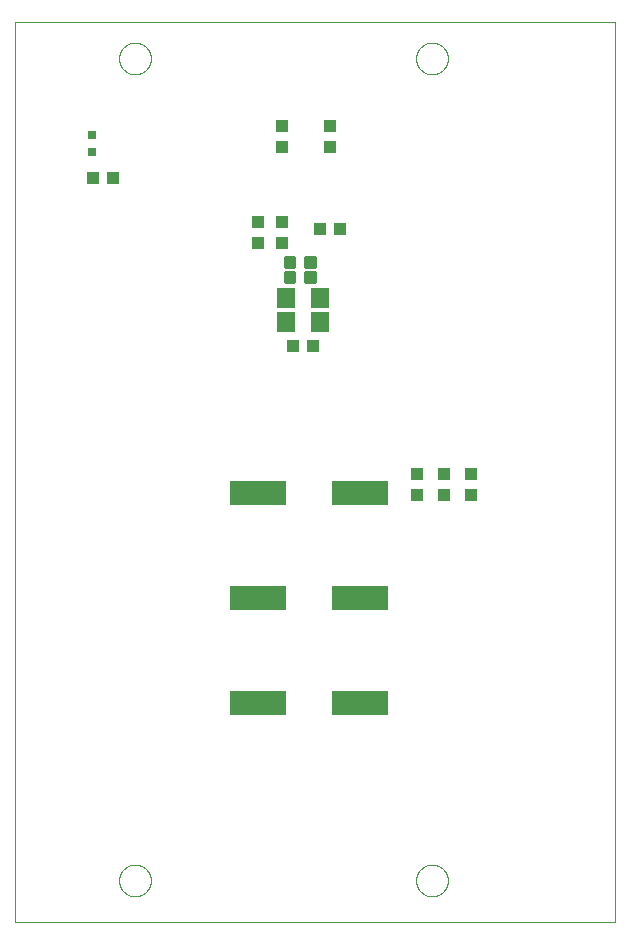
<source format=gtp>
G75*
%MOIN*%
%OFA0B0*%
%FSLAX25Y25*%
%IPPOS*%
%LPD*%
%AMOC8*
5,1,8,0,0,1.08239X$1,22.5*
%
%ADD10C,0.00000*%
%ADD11R,0.03937X0.04331*%
%ADD12R,0.06299X0.07087*%
%ADD13R,0.04331X0.03937*%
%ADD14R,0.19000X0.08000*%
%ADD15C,0.01181*%
%ADD16R,0.03150X0.03150*%
D10*
X0001800Y0006800D02*
X0001800Y0306800D01*
X0201800Y0306800D01*
X0201800Y0006800D01*
X0001800Y0006800D01*
X0036500Y0020800D02*
X0036502Y0020945D01*
X0036508Y0021091D01*
X0036518Y0021236D01*
X0036532Y0021381D01*
X0036550Y0021525D01*
X0036572Y0021669D01*
X0036597Y0021812D01*
X0036627Y0021954D01*
X0036661Y0022096D01*
X0036698Y0022236D01*
X0036740Y0022375D01*
X0036785Y0022514D01*
X0036834Y0022651D01*
X0036886Y0022786D01*
X0036943Y0022920D01*
X0037003Y0023053D01*
X0037066Y0023183D01*
X0037133Y0023312D01*
X0037204Y0023439D01*
X0037278Y0023565D01*
X0037356Y0023688D01*
X0037437Y0023808D01*
X0037521Y0023927D01*
X0037608Y0024043D01*
X0037699Y0024157D01*
X0037792Y0024268D01*
X0037889Y0024377D01*
X0037989Y0024483D01*
X0038091Y0024586D01*
X0038196Y0024686D01*
X0038304Y0024784D01*
X0038415Y0024878D01*
X0038528Y0024969D01*
X0038644Y0025058D01*
X0038762Y0025143D01*
X0038882Y0025224D01*
X0039004Y0025303D01*
X0039129Y0025378D01*
X0039256Y0025449D01*
X0039384Y0025517D01*
X0039514Y0025582D01*
X0039647Y0025643D01*
X0039780Y0025700D01*
X0039915Y0025754D01*
X0040052Y0025803D01*
X0040190Y0025850D01*
X0040329Y0025892D01*
X0040469Y0025930D01*
X0040611Y0025965D01*
X0040753Y0025995D01*
X0040896Y0026022D01*
X0041039Y0026045D01*
X0041183Y0026064D01*
X0041328Y0026079D01*
X0041473Y0026090D01*
X0041618Y0026097D01*
X0041764Y0026100D01*
X0041909Y0026099D01*
X0042054Y0026094D01*
X0042200Y0026085D01*
X0042344Y0026072D01*
X0042489Y0026055D01*
X0042633Y0026034D01*
X0042776Y0026009D01*
X0042919Y0025981D01*
X0043060Y0025948D01*
X0043201Y0025911D01*
X0043341Y0025871D01*
X0043479Y0025827D01*
X0043617Y0025779D01*
X0043752Y0025727D01*
X0043887Y0025672D01*
X0044020Y0025613D01*
X0044151Y0025550D01*
X0044280Y0025484D01*
X0044408Y0025414D01*
X0044534Y0025341D01*
X0044657Y0025264D01*
X0044778Y0025184D01*
X0044898Y0025101D01*
X0045014Y0025014D01*
X0045129Y0024924D01*
X0045241Y0024831D01*
X0045350Y0024735D01*
X0045457Y0024637D01*
X0045560Y0024535D01*
X0045662Y0024430D01*
X0045760Y0024323D01*
X0045855Y0024213D01*
X0045947Y0024100D01*
X0046036Y0023985D01*
X0046122Y0023868D01*
X0046204Y0023748D01*
X0046283Y0023626D01*
X0046359Y0023502D01*
X0046432Y0023376D01*
X0046501Y0023248D01*
X0046566Y0023118D01*
X0046628Y0022987D01*
X0046686Y0022853D01*
X0046741Y0022719D01*
X0046791Y0022582D01*
X0046838Y0022445D01*
X0046882Y0022306D01*
X0046921Y0022166D01*
X0046957Y0022025D01*
X0046988Y0021883D01*
X0047016Y0021740D01*
X0047040Y0021597D01*
X0047060Y0021453D01*
X0047076Y0021308D01*
X0047088Y0021163D01*
X0047096Y0021018D01*
X0047100Y0020873D01*
X0047100Y0020727D01*
X0047096Y0020582D01*
X0047088Y0020437D01*
X0047076Y0020292D01*
X0047060Y0020147D01*
X0047040Y0020003D01*
X0047016Y0019860D01*
X0046988Y0019717D01*
X0046957Y0019575D01*
X0046921Y0019434D01*
X0046882Y0019294D01*
X0046838Y0019155D01*
X0046791Y0019018D01*
X0046741Y0018881D01*
X0046686Y0018747D01*
X0046628Y0018613D01*
X0046566Y0018482D01*
X0046501Y0018352D01*
X0046432Y0018224D01*
X0046359Y0018098D01*
X0046283Y0017974D01*
X0046204Y0017852D01*
X0046122Y0017732D01*
X0046036Y0017615D01*
X0045947Y0017500D01*
X0045855Y0017387D01*
X0045760Y0017277D01*
X0045662Y0017170D01*
X0045560Y0017065D01*
X0045457Y0016963D01*
X0045350Y0016865D01*
X0045241Y0016769D01*
X0045129Y0016676D01*
X0045014Y0016586D01*
X0044898Y0016499D01*
X0044778Y0016416D01*
X0044657Y0016336D01*
X0044534Y0016259D01*
X0044408Y0016186D01*
X0044280Y0016116D01*
X0044151Y0016050D01*
X0044020Y0015987D01*
X0043887Y0015928D01*
X0043752Y0015873D01*
X0043617Y0015821D01*
X0043479Y0015773D01*
X0043341Y0015729D01*
X0043201Y0015689D01*
X0043060Y0015652D01*
X0042919Y0015619D01*
X0042776Y0015591D01*
X0042633Y0015566D01*
X0042489Y0015545D01*
X0042344Y0015528D01*
X0042200Y0015515D01*
X0042054Y0015506D01*
X0041909Y0015501D01*
X0041764Y0015500D01*
X0041618Y0015503D01*
X0041473Y0015510D01*
X0041328Y0015521D01*
X0041183Y0015536D01*
X0041039Y0015555D01*
X0040896Y0015578D01*
X0040753Y0015605D01*
X0040611Y0015635D01*
X0040469Y0015670D01*
X0040329Y0015708D01*
X0040190Y0015750D01*
X0040052Y0015797D01*
X0039915Y0015846D01*
X0039780Y0015900D01*
X0039647Y0015957D01*
X0039514Y0016018D01*
X0039384Y0016083D01*
X0039256Y0016151D01*
X0039129Y0016222D01*
X0039004Y0016297D01*
X0038882Y0016376D01*
X0038762Y0016457D01*
X0038644Y0016542D01*
X0038528Y0016631D01*
X0038415Y0016722D01*
X0038304Y0016816D01*
X0038196Y0016914D01*
X0038091Y0017014D01*
X0037989Y0017117D01*
X0037889Y0017223D01*
X0037792Y0017332D01*
X0037699Y0017443D01*
X0037608Y0017557D01*
X0037521Y0017673D01*
X0037437Y0017792D01*
X0037356Y0017912D01*
X0037278Y0018035D01*
X0037204Y0018161D01*
X0037133Y0018288D01*
X0037066Y0018417D01*
X0037003Y0018547D01*
X0036943Y0018680D01*
X0036886Y0018814D01*
X0036834Y0018949D01*
X0036785Y0019086D01*
X0036740Y0019225D01*
X0036698Y0019364D01*
X0036661Y0019504D01*
X0036627Y0019646D01*
X0036597Y0019788D01*
X0036572Y0019931D01*
X0036550Y0020075D01*
X0036532Y0020219D01*
X0036518Y0020364D01*
X0036508Y0020509D01*
X0036502Y0020655D01*
X0036500Y0020800D01*
X0135500Y0020800D02*
X0135502Y0020945D01*
X0135508Y0021091D01*
X0135518Y0021236D01*
X0135532Y0021381D01*
X0135550Y0021525D01*
X0135572Y0021669D01*
X0135597Y0021812D01*
X0135627Y0021954D01*
X0135661Y0022096D01*
X0135698Y0022236D01*
X0135740Y0022375D01*
X0135785Y0022514D01*
X0135834Y0022651D01*
X0135886Y0022786D01*
X0135943Y0022920D01*
X0136003Y0023053D01*
X0136066Y0023183D01*
X0136133Y0023312D01*
X0136204Y0023439D01*
X0136278Y0023565D01*
X0136356Y0023688D01*
X0136437Y0023808D01*
X0136521Y0023927D01*
X0136608Y0024043D01*
X0136699Y0024157D01*
X0136792Y0024268D01*
X0136889Y0024377D01*
X0136989Y0024483D01*
X0137091Y0024586D01*
X0137196Y0024686D01*
X0137304Y0024784D01*
X0137415Y0024878D01*
X0137528Y0024969D01*
X0137644Y0025058D01*
X0137762Y0025143D01*
X0137882Y0025224D01*
X0138004Y0025303D01*
X0138129Y0025378D01*
X0138256Y0025449D01*
X0138384Y0025517D01*
X0138514Y0025582D01*
X0138647Y0025643D01*
X0138780Y0025700D01*
X0138915Y0025754D01*
X0139052Y0025803D01*
X0139190Y0025850D01*
X0139329Y0025892D01*
X0139469Y0025930D01*
X0139611Y0025965D01*
X0139753Y0025995D01*
X0139896Y0026022D01*
X0140039Y0026045D01*
X0140183Y0026064D01*
X0140328Y0026079D01*
X0140473Y0026090D01*
X0140618Y0026097D01*
X0140764Y0026100D01*
X0140909Y0026099D01*
X0141054Y0026094D01*
X0141200Y0026085D01*
X0141344Y0026072D01*
X0141489Y0026055D01*
X0141633Y0026034D01*
X0141776Y0026009D01*
X0141919Y0025981D01*
X0142060Y0025948D01*
X0142201Y0025911D01*
X0142341Y0025871D01*
X0142479Y0025827D01*
X0142617Y0025779D01*
X0142752Y0025727D01*
X0142887Y0025672D01*
X0143020Y0025613D01*
X0143151Y0025550D01*
X0143280Y0025484D01*
X0143408Y0025414D01*
X0143534Y0025341D01*
X0143657Y0025264D01*
X0143778Y0025184D01*
X0143898Y0025101D01*
X0144014Y0025014D01*
X0144129Y0024924D01*
X0144241Y0024831D01*
X0144350Y0024735D01*
X0144457Y0024637D01*
X0144560Y0024535D01*
X0144662Y0024430D01*
X0144760Y0024323D01*
X0144855Y0024213D01*
X0144947Y0024100D01*
X0145036Y0023985D01*
X0145122Y0023868D01*
X0145204Y0023748D01*
X0145283Y0023626D01*
X0145359Y0023502D01*
X0145432Y0023376D01*
X0145501Y0023248D01*
X0145566Y0023118D01*
X0145628Y0022987D01*
X0145686Y0022853D01*
X0145741Y0022719D01*
X0145791Y0022582D01*
X0145838Y0022445D01*
X0145882Y0022306D01*
X0145921Y0022166D01*
X0145957Y0022025D01*
X0145988Y0021883D01*
X0146016Y0021740D01*
X0146040Y0021597D01*
X0146060Y0021453D01*
X0146076Y0021308D01*
X0146088Y0021163D01*
X0146096Y0021018D01*
X0146100Y0020873D01*
X0146100Y0020727D01*
X0146096Y0020582D01*
X0146088Y0020437D01*
X0146076Y0020292D01*
X0146060Y0020147D01*
X0146040Y0020003D01*
X0146016Y0019860D01*
X0145988Y0019717D01*
X0145957Y0019575D01*
X0145921Y0019434D01*
X0145882Y0019294D01*
X0145838Y0019155D01*
X0145791Y0019018D01*
X0145741Y0018881D01*
X0145686Y0018747D01*
X0145628Y0018613D01*
X0145566Y0018482D01*
X0145501Y0018352D01*
X0145432Y0018224D01*
X0145359Y0018098D01*
X0145283Y0017974D01*
X0145204Y0017852D01*
X0145122Y0017732D01*
X0145036Y0017615D01*
X0144947Y0017500D01*
X0144855Y0017387D01*
X0144760Y0017277D01*
X0144662Y0017170D01*
X0144560Y0017065D01*
X0144457Y0016963D01*
X0144350Y0016865D01*
X0144241Y0016769D01*
X0144129Y0016676D01*
X0144014Y0016586D01*
X0143898Y0016499D01*
X0143778Y0016416D01*
X0143657Y0016336D01*
X0143534Y0016259D01*
X0143408Y0016186D01*
X0143280Y0016116D01*
X0143151Y0016050D01*
X0143020Y0015987D01*
X0142887Y0015928D01*
X0142752Y0015873D01*
X0142617Y0015821D01*
X0142479Y0015773D01*
X0142341Y0015729D01*
X0142201Y0015689D01*
X0142060Y0015652D01*
X0141919Y0015619D01*
X0141776Y0015591D01*
X0141633Y0015566D01*
X0141489Y0015545D01*
X0141344Y0015528D01*
X0141200Y0015515D01*
X0141054Y0015506D01*
X0140909Y0015501D01*
X0140764Y0015500D01*
X0140618Y0015503D01*
X0140473Y0015510D01*
X0140328Y0015521D01*
X0140183Y0015536D01*
X0140039Y0015555D01*
X0139896Y0015578D01*
X0139753Y0015605D01*
X0139611Y0015635D01*
X0139469Y0015670D01*
X0139329Y0015708D01*
X0139190Y0015750D01*
X0139052Y0015797D01*
X0138915Y0015846D01*
X0138780Y0015900D01*
X0138647Y0015957D01*
X0138514Y0016018D01*
X0138384Y0016083D01*
X0138256Y0016151D01*
X0138129Y0016222D01*
X0138004Y0016297D01*
X0137882Y0016376D01*
X0137762Y0016457D01*
X0137644Y0016542D01*
X0137528Y0016631D01*
X0137415Y0016722D01*
X0137304Y0016816D01*
X0137196Y0016914D01*
X0137091Y0017014D01*
X0136989Y0017117D01*
X0136889Y0017223D01*
X0136792Y0017332D01*
X0136699Y0017443D01*
X0136608Y0017557D01*
X0136521Y0017673D01*
X0136437Y0017792D01*
X0136356Y0017912D01*
X0136278Y0018035D01*
X0136204Y0018161D01*
X0136133Y0018288D01*
X0136066Y0018417D01*
X0136003Y0018547D01*
X0135943Y0018680D01*
X0135886Y0018814D01*
X0135834Y0018949D01*
X0135785Y0019086D01*
X0135740Y0019225D01*
X0135698Y0019364D01*
X0135661Y0019504D01*
X0135627Y0019646D01*
X0135597Y0019788D01*
X0135572Y0019931D01*
X0135550Y0020075D01*
X0135532Y0020219D01*
X0135518Y0020364D01*
X0135508Y0020509D01*
X0135502Y0020655D01*
X0135500Y0020800D01*
X0135500Y0294800D02*
X0135502Y0294945D01*
X0135508Y0295091D01*
X0135518Y0295236D01*
X0135532Y0295381D01*
X0135550Y0295525D01*
X0135572Y0295669D01*
X0135597Y0295812D01*
X0135627Y0295954D01*
X0135661Y0296096D01*
X0135698Y0296236D01*
X0135740Y0296375D01*
X0135785Y0296514D01*
X0135834Y0296651D01*
X0135886Y0296786D01*
X0135943Y0296920D01*
X0136003Y0297053D01*
X0136066Y0297183D01*
X0136133Y0297312D01*
X0136204Y0297439D01*
X0136278Y0297565D01*
X0136356Y0297688D01*
X0136437Y0297808D01*
X0136521Y0297927D01*
X0136608Y0298043D01*
X0136699Y0298157D01*
X0136792Y0298268D01*
X0136889Y0298377D01*
X0136989Y0298483D01*
X0137091Y0298586D01*
X0137196Y0298686D01*
X0137304Y0298784D01*
X0137415Y0298878D01*
X0137528Y0298969D01*
X0137644Y0299058D01*
X0137762Y0299143D01*
X0137882Y0299224D01*
X0138004Y0299303D01*
X0138129Y0299378D01*
X0138256Y0299449D01*
X0138384Y0299517D01*
X0138514Y0299582D01*
X0138647Y0299643D01*
X0138780Y0299700D01*
X0138915Y0299754D01*
X0139052Y0299803D01*
X0139190Y0299850D01*
X0139329Y0299892D01*
X0139469Y0299930D01*
X0139611Y0299965D01*
X0139753Y0299995D01*
X0139896Y0300022D01*
X0140039Y0300045D01*
X0140183Y0300064D01*
X0140328Y0300079D01*
X0140473Y0300090D01*
X0140618Y0300097D01*
X0140764Y0300100D01*
X0140909Y0300099D01*
X0141054Y0300094D01*
X0141200Y0300085D01*
X0141344Y0300072D01*
X0141489Y0300055D01*
X0141633Y0300034D01*
X0141776Y0300009D01*
X0141919Y0299981D01*
X0142060Y0299948D01*
X0142201Y0299911D01*
X0142341Y0299871D01*
X0142479Y0299827D01*
X0142617Y0299779D01*
X0142752Y0299727D01*
X0142887Y0299672D01*
X0143020Y0299613D01*
X0143151Y0299550D01*
X0143280Y0299484D01*
X0143408Y0299414D01*
X0143534Y0299341D01*
X0143657Y0299264D01*
X0143778Y0299184D01*
X0143898Y0299101D01*
X0144014Y0299014D01*
X0144129Y0298924D01*
X0144241Y0298831D01*
X0144350Y0298735D01*
X0144457Y0298637D01*
X0144560Y0298535D01*
X0144662Y0298430D01*
X0144760Y0298323D01*
X0144855Y0298213D01*
X0144947Y0298100D01*
X0145036Y0297985D01*
X0145122Y0297868D01*
X0145204Y0297748D01*
X0145283Y0297626D01*
X0145359Y0297502D01*
X0145432Y0297376D01*
X0145501Y0297248D01*
X0145566Y0297118D01*
X0145628Y0296987D01*
X0145686Y0296853D01*
X0145741Y0296719D01*
X0145791Y0296582D01*
X0145838Y0296445D01*
X0145882Y0296306D01*
X0145921Y0296166D01*
X0145957Y0296025D01*
X0145988Y0295883D01*
X0146016Y0295740D01*
X0146040Y0295597D01*
X0146060Y0295453D01*
X0146076Y0295308D01*
X0146088Y0295163D01*
X0146096Y0295018D01*
X0146100Y0294873D01*
X0146100Y0294727D01*
X0146096Y0294582D01*
X0146088Y0294437D01*
X0146076Y0294292D01*
X0146060Y0294147D01*
X0146040Y0294003D01*
X0146016Y0293860D01*
X0145988Y0293717D01*
X0145957Y0293575D01*
X0145921Y0293434D01*
X0145882Y0293294D01*
X0145838Y0293155D01*
X0145791Y0293018D01*
X0145741Y0292881D01*
X0145686Y0292747D01*
X0145628Y0292613D01*
X0145566Y0292482D01*
X0145501Y0292352D01*
X0145432Y0292224D01*
X0145359Y0292098D01*
X0145283Y0291974D01*
X0145204Y0291852D01*
X0145122Y0291732D01*
X0145036Y0291615D01*
X0144947Y0291500D01*
X0144855Y0291387D01*
X0144760Y0291277D01*
X0144662Y0291170D01*
X0144560Y0291065D01*
X0144457Y0290963D01*
X0144350Y0290865D01*
X0144241Y0290769D01*
X0144129Y0290676D01*
X0144014Y0290586D01*
X0143898Y0290499D01*
X0143778Y0290416D01*
X0143657Y0290336D01*
X0143534Y0290259D01*
X0143408Y0290186D01*
X0143280Y0290116D01*
X0143151Y0290050D01*
X0143020Y0289987D01*
X0142887Y0289928D01*
X0142752Y0289873D01*
X0142617Y0289821D01*
X0142479Y0289773D01*
X0142341Y0289729D01*
X0142201Y0289689D01*
X0142060Y0289652D01*
X0141919Y0289619D01*
X0141776Y0289591D01*
X0141633Y0289566D01*
X0141489Y0289545D01*
X0141344Y0289528D01*
X0141200Y0289515D01*
X0141054Y0289506D01*
X0140909Y0289501D01*
X0140764Y0289500D01*
X0140618Y0289503D01*
X0140473Y0289510D01*
X0140328Y0289521D01*
X0140183Y0289536D01*
X0140039Y0289555D01*
X0139896Y0289578D01*
X0139753Y0289605D01*
X0139611Y0289635D01*
X0139469Y0289670D01*
X0139329Y0289708D01*
X0139190Y0289750D01*
X0139052Y0289797D01*
X0138915Y0289846D01*
X0138780Y0289900D01*
X0138647Y0289957D01*
X0138514Y0290018D01*
X0138384Y0290083D01*
X0138256Y0290151D01*
X0138129Y0290222D01*
X0138004Y0290297D01*
X0137882Y0290376D01*
X0137762Y0290457D01*
X0137644Y0290542D01*
X0137528Y0290631D01*
X0137415Y0290722D01*
X0137304Y0290816D01*
X0137196Y0290914D01*
X0137091Y0291014D01*
X0136989Y0291117D01*
X0136889Y0291223D01*
X0136792Y0291332D01*
X0136699Y0291443D01*
X0136608Y0291557D01*
X0136521Y0291673D01*
X0136437Y0291792D01*
X0136356Y0291912D01*
X0136278Y0292035D01*
X0136204Y0292161D01*
X0136133Y0292288D01*
X0136066Y0292417D01*
X0136003Y0292547D01*
X0135943Y0292680D01*
X0135886Y0292814D01*
X0135834Y0292949D01*
X0135785Y0293086D01*
X0135740Y0293225D01*
X0135698Y0293364D01*
X0135661Y0293504D01*
X0135627Y0293646D01*
X0135597Y0293788D01*
X0135572Y0293931D01*
X0135550Y0294075D01*
X0135532Y0294219D01*
X0135518Y0294364D01*
X0135508Y0294509D01*
X0135502Y0294655D01*
X0135500Y0294800D01*
X0036500Y0294800D02*
X0036502Y0294945D01*
X0036508Y0295091D01*
X0036518Y0295236D01*
X0036532Y0295381D01*
X0036550Y0295525D01*
X0036572Y0295669D01*
X0036597Y0295812D01*
X0036627Y0295954D01*
X0036661Y0296096D01*
X0036698Y0296236D01*
X0036740Y0296375D01*
X0036785Y0296514D01*
X0036834Y0296651D01*
X0036886Y0296786D01*
X0036943Y0296920D01*
X0037003Y0297053D01*
X0037066Y0297183D01*
X0037133Y0297312D01*
X0037204Y0297439D01*
X0037278Y0297565D01*
X0037356Y0297688D01*
X0037437Y0297808D01*
X0037521Y0297927D01*
X0037608Y0298043D01*
X0037699Y0298157D01*
X0037792Y0298268D01*
X0037889Y0298377D01*
X0037989Y0298483D01*
X0038091Y0298586D01*
X0038196Y0298686D01*
X0038304Y0298784D01*
X0038415Y0298878D01*
X0038528Y0298969D01*
X0038644Y0299058D01*
X0038762Y0299143D01*
X0038882Y0299224D01*
X0039004Y0299303D01*
X0039129Y0299378D01*
X0039256Y0299449D01*
X0039384Y0299517D01*
X0039514Y0299582D01*
X0039647Y0299643D01*
X0039780Y0299700D01*
X0039915Y0299754D01*
X0040052Y0299803D01*
X0040190Y0299850D01*
X0040329Y0299892D01*
X0040469Y0299930D01*
X0040611Y0299965D01*
X0040753Y0299995D01*
X0040896Y0300022D01*
X0041039Y0300045D01*
X0041183Y0300064D01*
X0041328Y0300079D01*
X0041473Y0300090D01*
X0041618Y0300097D01*
X0041764Y0300100D01*
X0041909Y0300099D01*
X0042054Y0300094D01*
X0042200Y0300085D01*
X0042344Y0300072D01*
X0042489Y0300055D01*
X0042633Y0300034D01*
X0042776Y0300009D01*
X0042919Y0299981D01*
X0043060Y0299948D01*
X0043201Y0299911D01*
X0043341Y0299871D01*
X0043479Y0299827D01*
X0043617Y0299779D01*
X0043752Y0299727D01*
X0043887Y0299672D01*
X0044020Y0299613D01*
X0044151Y0299550D01*
X0044280Y0299484D01*
X0044408Y0299414D01*
X0044534Y0299341D01*
X0044657Y0299264D01*
X0044778Y0299184D01*
X0044898Y0299101D01*
X0045014Y0299014D01*
X0045129Y0298924D01*
X0045241Y0298831D01*
X0045350Y0298735D01*
X0045457Y0298637D01*
X0045560Y0298535D01*
X0045662Y0298430D01*
X0045760Y0298323D01*
X0045855Y0298213D01*
X0045947Y0298100D01*
X0046036Y0297985D01*
X0046122Y0297868D01*
X0046204Y0297748D01*
X0046283Y0297626D01*
X0046359Y0297502D01*
X0046432Y0297376D01*
X0046501Y0297248D01*
X0046566Y0297118D01*
X0046628Y0296987D01*
X0046686Y0296853D01*
X0046741Y0296719D01*
X0046791Y0296582D01*
X0046838Y0296445D01*
X0046882Y0296306D01*
X0046921Y0296166D01*
X0046957Y0296025D01*
X0046988Y0295883D01*
X0047016Y0295740D01*
X0047040Y0295597D01*
X0047060Y0295453D01*
X0047076Y0295308D01*
X0047088Y0295163D01*
X0047096Y0295018D01*
X0047100Y0294873D01*
X0047100Y0294727D01*
X0047096Y0294582D01*
X0047088Y0294437D01*
X0047076Y0294292D01*
X0047060Y0294147D01*
X0047040Y0294003D01*
X0047016Y0293860D01*
X0046988Y0293717D01*
X0046957Y0293575D01*
X0046921Y0293434D01*
X0046882Y0293294D01*
X0046838Y0293155D01*
X0046791Y0293018D01*
X0046741Y0292881D01*
X0046686Y0292747D01*
X0046628Y0292613D01*
X0046566Y0292482D01*
X0046501Y0292352D01*
X0046432Y0292224D01*
X0046359Y0292098D01*
X0046283Y0291974D01*
X0046204Y0291852D01*
X0046122Y0291732D01*
X0046036Y0291615D01*
X0045947Y0291500D01*
X0045855Y0291387D01*
X0045760Y0291277D01*
X0045662Y0291170D01*
X0045560Y0291065D01*
X0045457Y0290963D01*
X0045350Y0290865D01*
X0045241Y0290769D01*
X0045129Y0290676D01*
X0045014Y0290586D01*
X0044898Y0290499D01*
X0044778Y0290416D01*
X0044657Y0290336D01*
X0044534Y0290259D01*
X0044408Y0290186D01*
X0044280Y0290116D01*
X0044151Y0290050D01*
X0044020Y0289987D01*
X0043887Y0289928D01*
X0043752Y0289873D01*
X0043617Y0289821D01*
X0043479Y0289773D01*
X0043341Y0289729D01*
X0043201Y0289689D01*
X0043060Y0289652D01*
X0042919Y0289619D01*
X0042776Y0289591D01*
X0042633Y0289566D01*
X0042489Y0289545D01*
X0042344Y0289528D01*
X0042200Y0289515D01*
X0042054Y0289506D01*
X0041909Y0289501D01*
X0041764Y0289500D01*
X0041618Y0289503D01*
X0041473Y0289510D01*
X0041328Y0289521D01*
X0041183Y0289536D01*
X0041039Y0289555D01*
X0040896Y0289578D01*
X0040753Y0289605D01*
X0040611Y0289635D01*
X0040469Y0289670D01*
X0040329Y0289708D01*
X0040190Y0289750D01*
X0040052Y0289797D01*
X0039915Y0289846D01*
X0039780Y0289900D01*
X0039647Y0289957D01*
X0039514Y0290018D01*
X0039384Y0290083D01*
X0039256Y0290151D01*
X0039129Y0290222D01*
X0039004Y0290297D01*
X0038882Y0290376D01*
X0038762Y0290457D01*
X0038644Y0290542D01*
X0038528Y0290631D01*
X0038415Y0290722D01*
X0038304Y0290816D01*
X0038196Y0290914D01*
X0038091Y0291014D01*
X0037989Y0291117D01*
X0037889Y0291223D01*
X0037792Y0291332D01*
X0037699Y0291443D01*
X0037608Y0291557D01*
X0037521Y0291673D01*
X0037437Y0291792D01*
X0037356Y0291912D01*
X0037278Y0292035D01*
X0037204Y0292161D01*
X0037133Y0292288D01*
X0037066Y0292417D01*
X0037003Y0292547D01*
X0036943Y0292680D01*
X0036886Y0292814D01*
X0036834Y0292949D01*
X0036785Y0293086D01*
X0036740Y0293225D01*
X0036698Y0293364D01*
X0036661Y0293504D01*
X0036627Y0293646D01*
X0036597Y0293788D01*
X0036572Y0293931D01*
X0036550Y0294075D01*
X0036532Y0294219D01*
X0036518Y0294364D01*
X0036508Y0294509D01*
X0036502Y0294655D01*
X0036500Y0294800D01*
D11*
X0082800Y0240146D03*
X0082800Y0233454D03*
X0090800Y0233454D03*
X0090800Y0240146D03*
X0090800Y0265454D03*
X0090800Y0272146D03*
X0106800Y0272146D03*
X0106800Y0265454D03*
X0135800Y0156146D03*
X0135800Y0149454D03*
X0144800Y0149454D03*
X0144800Y0156146D03*
X0153800Y0156146D03*
X0153800Y0149454D03*
D12*
X0103312Y0206800D03*
X0103312Y0214800D03*
X0092288Y0214800D03*
X0092288Y0206800D03*
D13*
X0094454Y0198800D03*
X0101146Y0198800D03*
X0103454Y0237800D03*
X0110146Y0237800D03*
X0034446Y0254900D03*
X0027754Y0254900D03*
D14*
X0082800Y0149800D03*
X0082800Y0114800D03*
X0082800Y0079800D03*
X0116800Y0079800D03*
X0116800Y0114800D03*
X0116800Y0149800D03*
D15*
X0098875Y0220422D02*
X0098875Y0223178D01*
X0101631Y0223178D01*
X0101631Y0220422D01*
X0098875Y0220422D01*
X0098875Y0221602D02*
X0101631Y0221602D01*
X0101631Y0222782D02*
X0098875Y0222782D01*
X0098875Y0225422D02*
X0098875Y0228178D01*
X0101631Y0228178D01*
X0101631Y0225422D01*
X0098875Y0225422D01*
X0098875Y0226602D02*
X0101631Y0226602D01*
X0101631Y0227782D02*
X0098875Y0227782D01*
X0091969Y0228178D02*
X0091969Y0225422D01*
X0091969Y0228178D02*
X0094725Y0228178D01*
X0094725Y0225422D01*
X0091969Y0225422D01*
X0091969Y0226602D02*
X0094725Y0226602D01*
X0094725Y0227782D02*
X0091969Y0227782D01*
X0091969Y0223178D02*
X0091969Y0220422D01*
X0091969Y0223178D02*
X0094725Y0223178D01*
X0094725Y0220422D01*
X0091969Y0220422D01*
X0091969Y0221602D02*
X0094725Y0221602D01*
X0094725Y0222782D02*
X0091969Y0222782D01*
D16*
X0027300Y0263547D03*
X0027300Y0269453D03*
M02*

</source>
